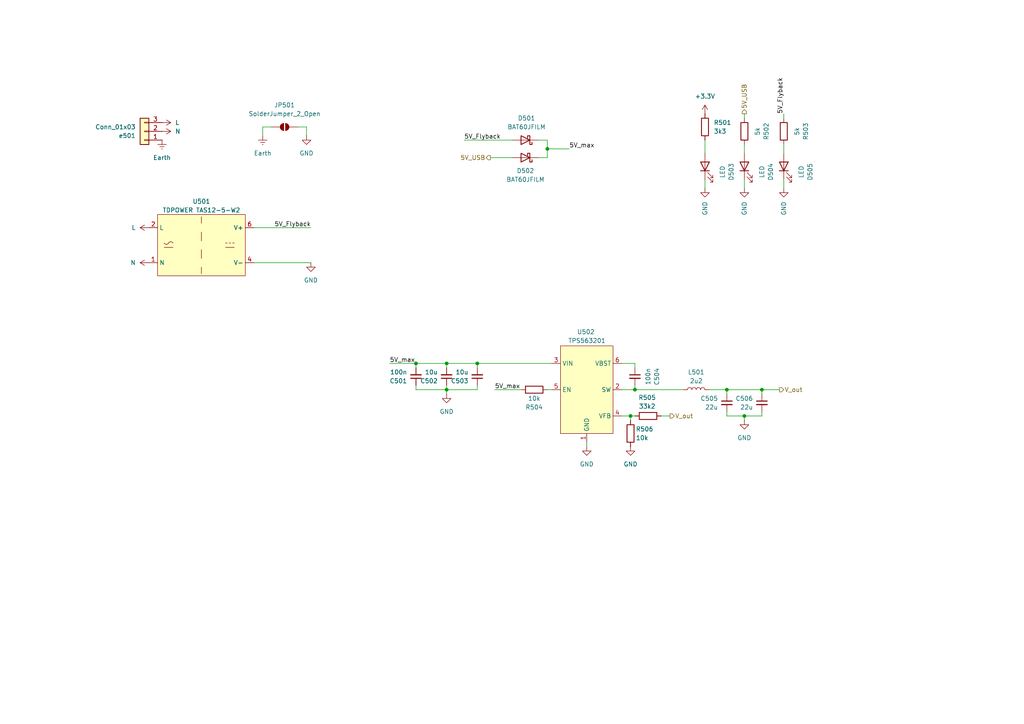
<source format=kicad_sch>
(kicad_sch (version 20231120) (generator "eeschema") (generator_version "8.0")
  (paper "A4")
  (lib_symbols
    (symbol "Conn_01x03_1" (pin_names (offset 1.016) hide)
      (property "Reference" "e2" (at 2.54 1.2701 0))
      (property "Value" "Conn_01x03" (at 2.54 -1.2699 0))
      (symbol "Conn_01x03_1_1_1"
        (rectangle (start -1.27 -2.413) (end 0 -2.667) (stroke (width 0.1524)))
        (rectangle (start -1.27 0.127) (end 0 -0.127) (stroke (width 0.1524)))
        (rectangle (start -1.27 2.667) (end 0 2.413) (stroke (width 0.1524)))
        (rectangle (start -1.27 3.81) (end 1.27 -3.81) (stroke (width 0.254)) (fill (type background)))
        (pin power_out line (at -5.08 2.54 0) (length 3.81) (name "Pin_1") (number "1"))
        (pin power_out line (at -5.08 0 0) (length 3.81) (name "Pin_2") (number "2"))
        (pin power_out line (at -5.08 -2.54 0) (length 3.81) (name "Pin_3") (number "3"))
      )
    )
    (symbol "Device:C_Small" (pin_numbers hide) (pin_names (offset 0.254) hide)
      (property "Reference" "C" (at 0.254 1.778 0))
      (property "Value" "C_Small" (at 0.254 -2.032 0))
      (symbol "C_Small_0_1"
        (polyline (pts (xy -1.524 -0.508) (xy 1.524 -0.508)) (stroke (width 0.3302)))
        (polyline (pts (xy -1.524 0.508) (xy 1.524 0.508)) (stroke (width 0.3048)))
      )
      (symbol "C_Small_1_1"
        (pin passive line (at 0 2.54 270) (length 2.032) (name "~") (number "1"))
        (pin passive line (at 0 -2.54 90) (length 2.032) (name "~") (number "2"))
      )
    )
    (symbol "Device:D_Schottky" (pin_numbers hide) (pin_names (offset 1.016) hide)
      (property "Reference" "D" (at 0 2.54 0))
      (property "Value" "D_Schottky" (at 0 -2.54 0))
      (symbol "D_Schottky_0_1"
        (polyline (pts (xy 1.27 0) (xy -1.27 0)))
        (polyline (pts (xy 1.27 1.27) (xy 1.27 -1.27) (xy -1.27 0) (xy 1.27 1.27)) (stroke (width 0.254)))
        (polyline (pts (xy -1.905 0.635) (xy -1.905 1.27) (xy -1.27 1.27) (xy -1.27 -1.27) (xy -0.635 -1.27) (xy -0.635 -0.635)) (stroke (width 0.254)))
      )
      (symbol "D_Schottky_1_1"
        (pin passive line (at -3.81 0 0) (length 2.54) (name "K") (number "1"))
        (pin passive line (at 3.81 0 180) (length 2.54) (name "A") (number "2"))
      )
    )
    (symbol "Device:L" (pin_numbers hide) (pin_names (offset 1.016) hide)
      (property "Reference" "L" (at -1.27 0 90))
      (property "Value" "L" (at 1.905 0 90))
      (symbol "L_0_1"
        (arc (start 0 -2.54) (mid 0.6323 -1.905) (end 0 -1.27))
        (arc (start 0 -1.27) (mid 0.6323 -0.635) (end 0 0))
        (arc (start 0 0) (mid 0.6323 0.635) (end 0 1.27))
        (arc (start 0 1.27) (mid 0.6323 1.905) (end 0 2.54))
      )
      (symbol "L_1_1"
        (pin passive line (at 0 3.81 270) (length 1.27) (name "1") (number "1"))
        (pin passive line (at 0 -3.81 90) (length 1.27) (name "2") (number "2"))
      )
    )
    (symbol "Device:LED" (pin_numbers hide) (pin_names (offset 1.016) hide)
      (property "Reference" "D" (at 0 2.54 0))
      (property "Value" "LED" (at 0 -2.54 0))
      (symbol "LED_0_1"
        (polyline (pts (xy -1.27 -1.27) (xy -1.27 1.27)) (stroke (width 0.254)))
        (polyline (pts (xy -1.27 0) (xy 1.27 0)))
        (polyline (pts (xy 1.27 -1.27) (xy 1.27 1.27) (xy -1.27 0) (xy 1.27 -1.27)) (stroke (width 0.254)))
        (polyline (pts (xy -3.048 -0.762) (xy -4.572 -2.286) (xy -3.81 -2.286) (xy -4.572 -2.286) (xy -4.572 -1.524)))
        (polyline (pts (xy -1.778 -0.762) (xy -3.302 -2.286) (xy -2.54 -2.286) (xy -3.302 -2.286) (xy -3.302 -1.524)))
      )
      (symbol "LED_1_1"
        (pin passive line (at -3.81 0 0) (length 2.54) (name "K") (number "1"))
        (pin passive line (at 3.81 0 180) (length 2.54) (name "A") (number "2"))
      )
    )
    (symbol "Device:R" (pin_numbers hide) (pin_names (offset 0))
      (property "Reference" "R" (at 2.032 0 90))
      (property "Value" "R" (at 0 0 90))
      (symbol "R_0_1"
        (rectangle (start -1.016 -2.54) (end 1.016 2.54) (stroke (width 0.254)))
      )
      (symbol "R_1_1"
        (pin passive line (at 0 3.81 270) (length 1.27) (name "~") (number "1"))
        (pin passive line (at 0 -3.81 90) (length 1.27) (name "~") (number "2"))
      )
    )
    (symbol "Jumper:SolderJumper_2_Open" (pin_numbers hide) (pin_names (offset 0) hide) (exclude_from_sim yes) (in_bom no)
      (property "Reference" "JP" (at 0 2.032 0))
      (property "Value" "SolderJumper_2_Open" (at 0 -2.54 0))
      (symbol "SolderJumper_2_Open_0_1"
        (arc (start -0.254 1.016) (mid -1.2656 0) (end -0.254 -1.016))
        (arc (start -0.254 1.016) (mid -1.2656 0) (end -0.254 -1.016) (fill (type outline)))
        (polyline (pts (xy -0.254 1.016) (xy -0.254 -1.016)))
        (polyline (pts (xy 0.254 1.016) (xy 0.254 -1.016)))
        (arc (start 0.254 -1.016) (mid 1.2656 0) (end 0.254 1.016))
        (arc (start 0.254 -1.016) (mid 1.2656 0) (end 0.254 1.016) (fill (type outline)))
      )
      (symbol "SolderJumper_2_Open_1_1"
        (pin passive line (at -3.81 0 0) (length 2.54) (name "A") (number "1"))
        (pin passive line (at 3.81 0 180) (length 2.54) (name "B") (number "2"))
      )
    )
    (symbol "Librairie_MB:Step-down_voltage_regulator"
      (property "Reference" "U" (at 0 0 0))
      (symbol "Step-down_voltage_regulator_1_1"
        (rectangle (start -7.62 12.7) (end 7.62 -12.7) (fill (type background)))
        (pin input line (at 0 -15.24 90) (length 2.54) (name "GND") (number "1"))
        (pin output line (at 10.16 0 180) (length 2.54) (name "SW") (number "2"))
        (pin input line (at -10.16 7.62 0) (length 2.54) (name "VIN") (number "3"))
        (pin input line (at 10.16 -7.62 180) (length 2.54) (name "VFB") (number "4"))
        (pin input line (at -10.16 0 0) (length 2.54) (name "EN") (number "5"))
        (pin output line (at 10.16 7.62 180) (length 2.54) (name "VBST") (number "6"))
      )
    )
    (symbol "Librairie_MB:Transformateur"
      (property "Reference" "U" (at 0 -11.43 0))
      (symbol "Transformateur_0_1"
        (arc (start -10.795 0.635) (mid -10.16 0.2495) (end -9.525 0.635))
        (arc (start -8.255 0.635) (mid -8.89 1.0072) (end -9.525 0.635))
        (polyline (pts (xy -10.795 -0.635) (xy -8.255 -0.635)))
        (polyline (pts (xy 6.985 -0.635) (xy 9.525 -0.635)))
        (polyline (pts (xy 6.985 0.635) (xy 7.493 0.635)))
        (polyline (pts (xy 8.001 0.635) (xy 8.509 0.635)))
        (polyline (pts (xy 9.017 0.635) (xy 9.525 0.635)))
      )
      (symbol "Transformateur_1_1"
        (rectangle (start -12.7 8.89) (end 12.7 -8.89) (fill (type background)))
        (polyline (pts (xy 0 -6.35) (xy 0 -8.255)))
        (polyline (pts (xy 0 -1.27) (xy 0 -3.81)))
        (polyline (pts (xy 0 3.81) (xy 0 1.27)))
        (polyline (pts (xy 0 8.255) (xy 0 6.35)))
        (pin power_in line (at -15.24 -5.08 0) (length 2.54) (name "N") (number "1"))
        (pin power_in line (at -15.24 5.08 0) (length 2.54) (name "L") (number "2"))
        (pin power_out line (at 15.24 -5.08 180) (length 2.54) (name "V-") (number "4"))
        (pin power_out line (at 15.24 5.08 180) (length 2.54) (name "V+") (number "6"))
      )
    )
    (symbol "power:+3.3V" (power) (pin_numbers hide) (pin_names (offset 0) hide)
      (property "Value" "+3.3V" (at 0 5.08 0))
      (symbol "+3.3V_0_1"
        (polyline (pts (xy -0.762 1.27) (xy 0 2.54)))
        (polyline (pts (xy 0 0) (xy 0 2.54)))
        (polyline (pts (xy 0 2.54) (xy 0.762 1.27)))
      )
      (symbol "+3.3V_1_1"
        (pin power_out line (at 0 0 90) (length 0) (name "~") (number "1"))
      )
    )
    (symbol "power:Earth" (power) (pin_numbers hide) (pin_names (offset 0) hide)
      (property "Value" "Earth" (at 0 -3.81 0))
      (symbol "Earth_0_1"
        (polyline (pts (xy -0.635 -1.905) (xy 0.635 -1.905)))
        (polyline (pts (xy -0.127 -2.54) (xy 0.127 -2.54)))
        (polyline (pts (xy 0 -1.27) (xy 0 0)))
        (polyline (pts (xy 1.27 -1.27) (xy -1.27 -1.27)))
      )
      (symbol "Earth_1_1"
        (pin power_in line (at 0 0 270) (length 0) (name "~") (number "1"))
      )
    )
    (symbol "power:GND" (power) (pin_numbers hide) (pin_names (offset 0) hide)
      (property "Value" "GND" (at 0 -3.81 0))
      (symbol "GND_0_1"
        (polyline (pts (xy 0 0) (xy 0 -1.27) (xy 1.27 -1.27) (xy 0 -2.54) (xy -1.27 -1.27) (xy 0 -1.27)))
      )
      (symbol "GND_1_1"
        (pin power_in line (at 0 0 270) (length 0) (name "~") (number "1"))
      )
    )
    (symbol "power:LINE" (power) (pin_numbers hide) (pin_names (offset 0) hide)
      (property "Value" "LINE" (at 0 3.556 0))
      (symbol "LINE_0_1"
        (polyline (pts (xy -0.762 1.27) (xy 0 2.54)))
        (polyline (pts (xy 0 0) (xy 0 2.54)))
        (polyline (pts (xy 0 2.54) (xy 0.762 1.27)))
      )
      (symbol "LINE_1_1"
        (pin power_in line (at 0 0 90) (length 0) (name "~") (number "1"))
      )
    )
    (symbol "power:NEUT" (power) (pin_numbers hide) (pin_names (offset 0) hide)
      (property "Value" "NEUT" (at 0 3.556 0))
      (symbol "NEUT_0_1"
        (polyline (pts (xy -0.762 1.27) (xy 0 2.54)))
        (polyline (pts (xy 0 0) (xy 0 2.54)))
        (polyline (pts (xy 0 2.54) (xy 0.762 1.27)))
      )
      (symbol "NEUT_1_1"
        (pin power_in line (at 0 0 90) (length 0) (name "~") (number "1"))
      )
    )
  )
  (junction (at 184.15 113.03))
  (junction (at 210.82 113.03))
  (junction (at 215.9 120.65))
  (junction (at 120.65 105.41))
  (junction (at 129.54 113.03))
  (junction (at 138.43 105.41))
  (junction (at 129.54 105.41))
  (junction (at 158.75 43.18))
  (junction (at 182.88 120.65))
  (junction (at 220.98 113.03))
  (wire (pts (xy 138.43 106.68) (xy 138.43 105.41)))
  (wire (pts (xy 138.43 113.03) (xy 138.43 111.76)))
  (wire (pts (xy 143.51 113.03) (xy 151.13 113.03)))
  (wire (pts (xy 170.18 129.54) (xy 170.18 128.27)))
  (wire (pts (xy 158.75 40.64) (xy 158.75 43.18)))
  (wire (pts (xy 90.17 76.2) (xy 73.66 76.2)))
  (wire (pts (xy 113.03 105.41) (xy 120.65 105.41)))
  (wire (pts (xy 160.02 113.03) (xy 158.75 113.03)))
  (wire (pts (xy 180.34 120.65) (xy 182.88 120.65)))
  (wire (pts (xy 129.54 106.68) (xy 129.54 105.41)))
  (wire (pts (xy 142.24 45.72) (xy 148.59 45.72)))
  (wire (pts (xy 215.9 44.45) (xy 215.9 41.91)))
  (wire (pts (xy 215.9 120.65) (xy 210.82 120.65)))
  (wire (pts (xy 184.15 105.41) (xy 180.34 105.41)))
  (wire (pts (xy 227.33 52.07) (xy 227.33 54.61)))
  (wire (pts (xy 180.34 113.03) (xy 184.15 113.03)))
  (wire (pts (xy 184.15 113.03) (xy 198.12 113.03)))
  (wire (pts (xy 227.33 34.29) (xy 227.33 33.02)))
  (wire (pts (xy 76.2 39.37) (xy 76.2 36.83)))
  (wire (pts (xy 227.33 44.45) (xy 227.33 41.91)))
  (wire (pts (xy 184.15 111.76) (xy 184.15 113.03)))
  (wire (pts (xy 210.82 113.03) (xy 210.82 114.3)))
  (wire (pts (xy 204.47 52.07) (xy 204.47 54.61)))
  (wire (pts (xy 182.88 120.65) (xy 184.15 120.65)))
  (wire (pts (xy 76.2 36.83) (xy 78.74 36.83)))
  (wire (pts (xy 184.15 106.68) (xy 184.15 105.41)))
  (wire (pts (xy 204.47 44.45) (xy 204.47 40.64)))
  (wire (pts (xy 138.43 105.41) (xy 160.02 105.41)))
  (wire (pts (xy 120.65 113.03) (xy 120.65 111.76)))
  (wire (pts (xy 215.9 52.07) (xy 215.9 54.61)))
  (wire (pts (xy 138.43 105.41) (xy 129.54 105.41)))
  (wire (pts (xy 134.62 40.64) (xy 148.59 40.64)))
  (wire (pts (xy 156.21 40.64) (xy 158.75 40.64)))
  (wire (pts (xy 73.66 66.04) (xy 90.17 66.04)))
  (wire (pts (xy 156.21 45.72) (xy 158.75 45.72)))
  (wire (pts (xy 88.9 36.83) (xy 88.9 39.37)))
  (wire (pts (xy 194.31 120.65) (xy 191.77 120.65)))
  (wire (pts (xy 138.43 113.03) (xy 129.54 113.03)))
  (wire (pts (xy 129.54 113.03) (xy 120.65 113.03)))
  (wire (pts (xy 215.9 33.02) (xy 215.9 34.29)))
  (wire (pts (xy 220.98 120.65) (xy 215.9 120.65)))
  (wire (pts (xy 86.36 36.83) (xy 88.9 36.83)))
  (wire (pts (xy 210.82 113.03) (xy 220.98 113.03)))
  (wire (pts (xy 129.54 114.3) (xy 129.54 113.03)))
  (wire (pts (xy 220.98 113.03) (xy 220.98 114.3)))
  (wire (pts (xy 182.88 120.65) (xy 182.88 121.92)))
  (wire (pts (xy 226.06 113.03) (xy 220.98 113.03)))
  (wire (pts (xy 215.9 120.65) (xy 215.9 121.92)))
  (wire (pts (xy 158.75 43.18) (xy 165.1 43.18)))
  (wire (pts (xy 220.98 120.65) (xy 220.98 119.38)))
  (wire (pts (xy 205.74 113.03) (xy 210.82 113.03)))
  (wire (pts (xy 129.54 113.03) (xy 129.54 111.76)))
  (wire (pts (xy 210.82 120.65) (xy 210.82 119.38)))
  (wire (pts (xy 120.65 105.41) (xy 129.54 105.41)))
  (wire (pts (xy 120.65 106.68) (xy 120.65 105.41)))
  (wire (pts (xy 158.75 43.18) (xy 158.75 45.72)))
  (label "5V_max" (at 113.03 105.41 0))
  (label "5V_max" (at 143.51 113.03 0))
  (label "5V_Flyback" (at 134.62 40.64 0))
  (label "5V_Flyback" (at 90.17 66.04 180))
  (label "5V_Flyback" (at 227.33 33.02 90))
  (label "5V_max" (at 165.1 43.18 0))
  (hierarchical_label "5V_USB" (shape output) (at 142.24 45.72 180))
  (hierarchical_label "V_out" (shape output) (at 226.06 113.03 0))
  (hierarchical_label "5V_USB" (shape output) (at 215.9 33.02 90))
  (hierarchical_label "V_out" (shape output) (at 194.31 120.65 0))
  (symbol (lib_id "Device:R") (at 227.33 38.1 0) (unit 1)
    (property "Reference" "R503" (at 233.68 38.1 90))
    (property "Value" "5k" (at 231.14 38.1 90))
    (property "Description" "Resistor" (effects (hide yes)))
  )
  (symbol (lib_id "Device:LED") (at 215.9 48.26 90) (unit 1)
    (property "Reference" "D504" (at 223.52 49.8475 0))
    (property "Value" "LED" (at 220.98 49.8475 0))
    (property "Datasheet" "https://www.lcsc.com/datasheet/lcsc_datasheet_1912111437_MEIHUA-MHT136WDT-C2_C397046.pdf" (effects (hide yes)))
    (property "Description" "Light emitting diode" (effects (hide yes)))
  )
  (symbol (lib_id "Device:C_Small") (at 210.82 116.84 0) (mirror y) (unit 1)
    (property "Reference" "C505" (at 208.28 115.5762 0) (effects (justify left)))
    (property "Value" "22u" (at 208.28 118.1162 0) (effects (justify left)))
    (property "Description" "Unpolarized capacitor, small symbol" (effects (hide yes)))
  )
  (symbol (lib_id "Device:R") (at 154.94 113.03 270) (unit 1)
    (property "Reference" "R504" (at 154.94 118.11 90))
    (property "Value" "10k" (at 154.94 115.57 90))
    (property "Description" "Resistor" (effects (hide yes)))
  )
  (symbol (lib_id "Device:L") (at 201.93 113.03 270) (mirror x) (unit 1)
    (property "Reference" "L501" (at 201.93 107.95 90))
    (property "Value" "2u2" (at 201.93 110.49 90))
    (property "Description" "Inductor" (effects (hide yes)))
  )
  (symbol (lib_id "Librairie_MB:Transformateur") (at 58.42 71.12 0) (unit 1)
    (property "Reference" "U501" (at 58.42 58.42 0))
    (property "Value" "TDPOWER TAS12-5-W2" (at 58.42 60.96 0))
    (property "Footprint" "Librairie_MB:TD POWER TAS12-5-W2" (effects (hide yes)))
    (property "Datasheet" "https://www.lcsc.com/datasheet/lcsc_datasheet_2307141637_TDPOWER-TAS12-5-W2_C5354760.pdf" (effects (hide yes)))
    (property "Description" "Transformateur vers 12V" (effects (hide yes)))
    (property "MPN" "TAS12-5-W2" (effects (hide yes)))
    (property "LCSC" "C5354760" (effects (hide yes)))
  )
  (symbol (lib_id "power:GND") (at 204.47 54.61 0) (unit 1)
    (property "Reference" "#PWR0507" (effects (hide yes)))
    (property "Value" "GND" (at 204.4701 58.42 90) (effects (justify right)))
    (property "Description" "Power symbol creates a global label with name \"GND\" , ground" (effects (hide yes)))
  )
  (symbol (lib_id "Jumper:SolderJumper_2_Open") (at 82.55 36.83 0) (unit 1) (exclude_from_sim yes) (in_bom no)
    (property "Reference" "JP501" (at 82.55 30.48 0))
    (property "Value" "SolderJumper_2_Open" (at 82.55 33.02 0))
    (property "Description" "Solder Jumper, 2-pole, open" (effects (hide yes)))
  )
  (symbol (lib_id "Device:D_Schottky") (at 152.4 40.64 180) (unit 1)
    (property "Reference" "D501" (at 152.7175 34.29 0))
    (property "Value" "BAT60JFILM" (at 152.7175 36.83 0))
    (property "Datasheet" "https://www.lcsc.com/datasheet/lcsc_datasheet_1810121610_STMicroelectronics-BAT60JFILM_C133103.pdf" (effects (hide yes)))
    (property "Description" "Schottky diode" (effects (hide yes)))
  )
  (symbol (lib_id "power:Earth") (at 76.2 39.37 0) (unit 1)
    (property "Reference" "#PWR0504" (effects (hide yes)))
    (property "Value" "Earth" (at 76.2 44.45 0))
    (property "Description" "Power symbol creates a global label with name \"Earth\"" (effects (hide yes)))
  )
  (symbol (lib_id "Device:C_Small") (at 220.98 116.84 0) (mirror y) (unit 1)
    (property "Reference" "C506" (at 218.44 115.5762 0) (effects (justify left)))
    (property "Value" "22u" (at 218.44 118.1162 0) (effects (justify left)))
    (property "Description" "Unpolarized capacitor, small symbol" (effects (hide yes)))
  )
  (symbol (lib_id "Device:C_Small") (at 184.15 109.22 0) (unit 1)
    (property "Reference" "C504" (at 190.5 109.2263 90))
    (property "Value" "100n" (at 187.96 109.2263 90))
    (property "Description" "Unpolarized capacitor, small symbol" (effects (hide yes)))
  )
  (symbol (lib_id "Device:D_Schottky") (at 152.4 45.72 180) (unit 1)
    (property "Reference" "D502" (at 152.4 49.53 0))
    (property "Value" "BAT60JFILM" (at 152.4 52.07 0))
    (property "Datasheet" "https://www.lcsc.com/datasheet/lcsc_datasheet_1810121610_STMicroelectronics-BAT60JFILM_C133103.pdf" (effects (hide yes)))
    (property "Description" "Schottky diode" (effects (hide yes)))
  )
  (symbol (lib_id "Librairie_MB:Step-down_voltage_regulator") (at 170.18 113.03 0) (unit 1)
    (property "Reference" "U502" (at 169.926 96.266 0))
    (property "Value" "TPS563201" (at 170.2435 98.806 0))
    (property "Footprint" "Librairie_MB:TPS563201" (effects (hide yes)))
    (property "Datasheet" "https://www.lcsc.com/datasheet/lcsc_datasheet_2304241919_Texas-Instruments-TPS563201DDCR_C116592.pdf" (effects (hide yes)))
    (property "Description" "Régulateur Step-down" (effects (hide yes)))
    (property "MPN" "TPS563201DDCR" (effects (hide yes)))
    (property "LCSC" "C116592" (effects (hide yes)))
  )
  (symbol (lib_id "power:GND") (at 182.88 129.54 0) (unit 1)
    (property "Reference" "#PWR0516" (effects (hide yes)))
    (property "Value" "GND" (at 182.88 134.62 0))
    (property "Description" "Power symbol creates a global label with name \"GND\" , ground" (effects (hide yes)))
  )
  (symbol (lib_id "Device:C_Small") (at 129.54 109.22 180) (unit 1)
    (property "Reference" "C502" (at 127 110.4838 0) (effects (justify left)))
    (property "Value" "10u" (at 127 107.9438 0) (effects (justify left)))
    (property "Description" "Unpolarized capacitor, small symbol" (effects (hide yes)))
    (property "Matériau" "Céramique" (effects (hide yes)))
  )
  (symbol (lib_name "Conn_01x03_1") (lib_id "Connector_Generic:Conn_01x03") (at 41.91 38.1 180) (unit 1)
    (property "Reference" "e501" (at 39.37 39.3701 0) (effects (justify left)))
    (property "Value" "Conn_01x03" (at 39.37 36.8301 0) (effects (justify left)))
    (property "Footprint" "Connector_Phoenix_MC_HighVoltage:PhoenixContact_MC_1,5_3-G-5.08_1x03_P5.08mm_Horizontal" (effects (hide yes)))
    (property "Description" "Generic connector, single row, 01x03, script generated (kicad-library-utils/schlib/autogen/connector/)" (effects (hide yes)))
  )
  (symbol (lib_id "Device:C_Small") (at 138.43 109.22 180) (unit 1)
    (property "Reference" "C503" (at 135.89 110.4838 0) (effects (justify left)))
    (property "Value" "10u" (at 135.89 107.9438 0) (effects (justify left)))
    (property "Description" "Unpolarized capacitor, small symbol" (effects (hide yes)))
    (property "Matériau" "Céramique" (effects (hide yes)))
  )
  (symbol (lib_id "power:GND") (at 129.54 114.3 0) (unit 1)
    (property "Reference" "#PWR0513" (effects (hide yes)))
    (property "Value" "GND" (at 129.54 119.38 0))
    (property "Description" "Power symbol creates a global label with name \"GND\" , ground" (effects (hide yes)))
  )
  (symbol (lib_id "Device:R") (at 187.96 120.65 90) (unit 1)
    (property "Reference" "R505" (at 187.706 115.316 90))
    (property "Value" "33k2" (at 187.706 117.856 90))
    (property "Description" "Resistor" (effects (hide yes)))
  )
  (symbol (lib_id "Device:LED") (at 204.47 48.26 90) (unit 1)
    (property "Reference" "D503" (at 212.09 49.8475 0))
    (property "Value" "LED" (at 209.55 49.8475 0))
    (property "Datasheet" "https://www.lcsc.com/datasheet/lcsc_datasheet_1912111437_MEIHUA-MHT136WDT-C2_C397046.pdf" (effects (hide yes)))
    (property "Description" "Light emitting diode" (effects (hide yes)))
  )
  (symbol (lib_id "power:GND") (at 215.9 54.61 0) (unit 1)
    (property "Reference" "#PWR0508" (effects (hide yes)))
    (property "Value" "GND" (at 215.9001 58.42 90) (effects (justify right)))
    (property "Description" "Power symbol creates a global label with name \"GND\" , ground" (effects (hide yes)))
  )
  (symbol (lib_id "Device:LED") (at 227.33 48.26 90) (unit 1)
    (property "Reference" "D505" (at 234.95 49.8475 0))
    (property "Value" "LED" (at 232.41 49.8475 0))
    (property "Datasheet" "https://www.lcsc.com/datasheet/lcsc_datasheet_1912111437_MEIHUA-MHT136WDT-C2_C397046.pdf" (effects (hide yes)))
    (property "Description" "Light emitting diode" (effects (hide yes)))
  )
  (symbol (lib_id "power:GND") (at 215.9 121.92 0) (unit 1)
    (property "Reference" "#PWR0514" (effects (hide yes)))
    (property "Value" "GND" (at 215.9 127 0))
    (property "Description" "Power symbol creates a global label with name \"GND\" , ground" (effects (hide yes)))
  )
  (symbol (lib_id "Device:R") (at 215.9 38.1 0) (unit 1)
    (property "Reference" "R502" (at 222.25 38.1 90))
    (property "Value" "5k" (at 219.71 38.1 90))
    (property "Description" "Resistor" (effects (hide yes)))
  )
  (symbol (lib_id "Device:R") (at 204.47 36.83 0) (unit 1)
    (property "Reference" "R501" (at 207.01 35.5599 0) (effects (justify left)))
    (property "Value" "3k3" (at 207.01 38.0999 0) (effects (justify left)))
    (property "Description" "Resistor" (effects (hide yes)))
  )
  (symbol (lib_id "power:Earth") (at 46.99 40.64 0) (unit 1)
    (property "Reference" "#PWR0506" (effects (hide yes)))
    (property "Value" "Earth" (at 46.99 45.72 0))
    (property "Description" "Power symbol creates a global label with name \"Earth\"" (effects (hide yes)))
  )
  (symbol (lib_id "power:LINE") (at 43.18 66.04 90) (unit 1)
    (property "Reference" "#PWR0510" (effects (hide yes)))
    (property "Value" "L" (at 39.37 66.0399 90) (effects (justify left)))
    (property "Description" "Power symbol creates a global label with name \"LINE\"" (effects (hide yes)))
  )
  (symbol (lib_id "power:GND") (at 170.18 129.54 0) (unit 1)
    (property "Reference" "#PWR0515" (effects (hide yes)))
    (property "Value" "GND" (at 170.18 134.62 0))
    (property "Description" "Power symbol creates a global label with name \"GND\" , ground" (effects (hide yes)))
  )
  (symbol (lib_id "Device:R") (at 182.88 125.73 0) (unit 1)
    (property "Reference" "R506" (at 184.404 124.46 0) (effects (justify left)))
    (property "Value" "10k" (at 184.404 127 0) (effects (justify left)))
    (property "Description" "Resistor" (effects (hide yes)))
  )
  (symbol (lib_id "power:GND") (at 88.9 39.37 0) (unit 1)
    (property "Reference" "#PWR0505" (effects (hide yes)))
    (property "Value" "GND" (at 88.9 44.45 0))
    (property "Description" "Power symbol creates a global label with name \"GND\" , ground" (effects (hide yes)))
  )
  (symbol (lib_id "Device:C_Small") (at 120.65 109.22 180) (unit 1)
    (property "Reference" "C501" (at 118.11 110.4838 0) (effects (justify left)))
    (property "Value" "100n" (at 118.11 107.9438 0) (effects (justify left)))
    (property "Description" "Unpolarized capacitor, small symbol" (effects (hide yes)))
  )
  (symbol (lib_id "power:GND") (at 227.33 54.61 0) (unit 1)
    (property "Reference" "#PWR0509" (effects (hide yes)))
    (property "Value" "GND" (at 227.3301 58.42 90) (effects (justify right)))
    (property "Description" "Power symbol creates a global label with name \"GND\" , ground" (effects (hide yes)))
  )
  (symbol (lib_id "power:NEUT") (at 43.18 76.2 90) (unit 1)
    (property "Reference" "#PWR0511" (effects (hide yes)))
    (property "Value" "N" (at 39.37 76.1999 90) (effects (justify left)))
    (property "Description" "Power symbol creates a global label with name \"NEUT\"" (effects (hide yes)))
  )
  (symbol (lib_id "power:+3.3V") (at 204.47 33.02 0) (unit 1)
    (property "Reference" "#PWR0501" (effects (hide yes)))
    (property "Value" "+3.3V" (at 204.47 27.94 0))
    (property "Description" "Power symbol creates a global label with name \"+3.3V\"" (effects (hide yes)))
  )
  (symbol (lib_id "power:NEUT") (at 46.99 38.1 270) (unit 1)
    (property "Reference" "#PWR0503" (effects (hide yes)))
    (property "Value" "N" (at 50.8 38.0999 90) (effects (justify left)))
    (property "Description" "Power symbol creates a global label with name \"NEUT\"" (effects (hide yes)))
  )
  (symbol (lib_id "power:GND") (at 90.17 76.2 0) (unit 1)
    (property "Reference" "#PWR0512" (effects (hide yes)))
    (property "Value" "GND" (at 90.17 81.28 0))
    (property "Description" "Power symbol creates a global label with name \"GND\" , ground" (effects (hide yes)))
  )
  (symbol (lib_id "power:LINE") (at 46.99 35.56 270) (unit 1)
    (property "Reference" "#PWR0502" (effects (hide yes)))
    (property "Value" "L" (at 50.8 35.5599 90) (effects (justify left)))
    (property "Description" "Power symbol creates a global label with name \"LINE\"" (effects (hide yes)))
  )
)
</source>
